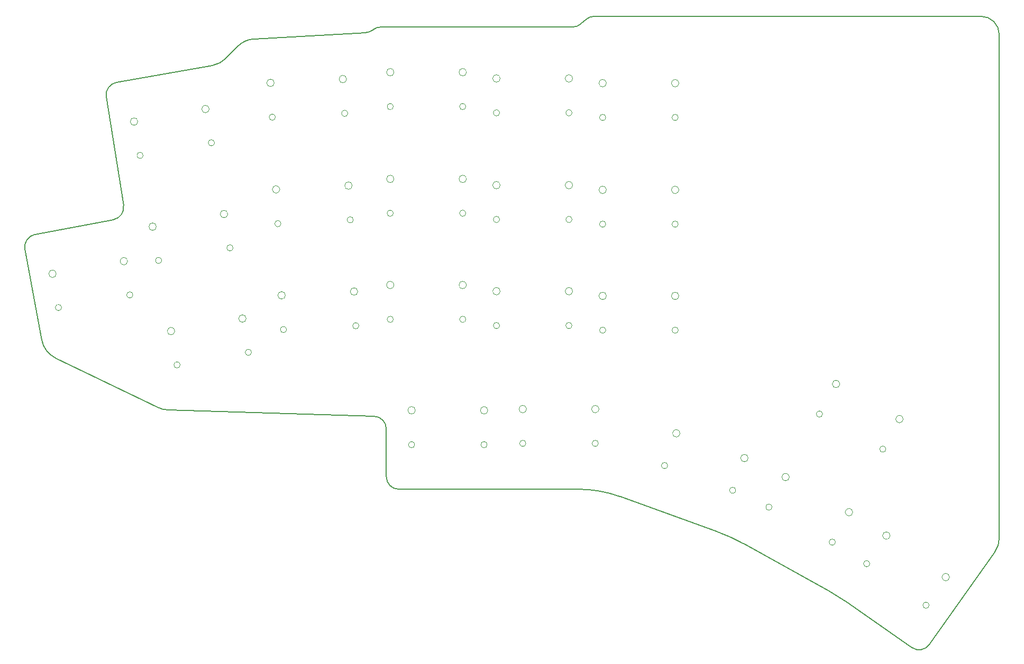
<source format=gbr>
%TF.GenerationSoftware,KiCad,Pcbnew,8.0.6*%
%TF.CreationDate,2024-11-17T18:27:12-05:00*%
%TF.ProjectId,ultra_lp_keeb,756c7472-615f-46c7-905f-6b6565622e6b,rev?*%
%TF.SameCoordinates,Original*%
%TF.FileFunction,Profile,NP*%
%FSLAX46Y46*%
G04 Gerber Fmt 4.6, Leading zero omitted, Abs format (unit mm)*
G04 Created by KiCad (PCBNEW 8.0.6) date 2024-11-17 18:27:12*
%MOMM*%
%LPD*%
G01*
G04 APERTURE LIST*
%TA.AperFunction,Profile*%
%ADD10C,0.200000*%
%TD*%
%TA.AperFunction,Profile*%
%ADD11C,0.100000*%
%TD*%
G04 APERTURE END LIST*
D10*
X198211338Y-149310638D02*
X208998450Y-156823920D01*
X101039239Y-60480933D02*
G75*
G02*
X103675942Y-59279008I2864861J-2791667D01*
G01*
X67020389Y-92933037D02*
X69702163Y-107523299D01*
X80029800Y-68520386D02*
X82788470Y-85951132D01*
X222981676Y-139205693D02*
G75*
G02*
X222248532Y-141512964I-3999976J893D01*
G01*
X89901131Y-118735233D02*
G75*
G02*
X88280772Y-118337148I123169J3998133D01*
G01*
X122744429Y-57788483D02*
G75*
G02*
X123977732Y-57362819I1233471J-1574317D01*
G01*
X182031807Y-140174956D02*
X195591980Y-147679626D01*
X122685777Y-57834436D02*
G75*
G02*
X121566379Y-58256844I-1233477J1574336D01*
G01*
X97032648Y-63515641D02*
X81656487Y-66238385D01*
X99200054Y-62368436D02*
G75*
G02*
X97032647Y-63515635I-2864854J2791536D01*
G01*
X122744429Y-57788483D02*
X122685777Y-57834436D01*
X126849501Y-131439519D02*
G75*
G02*
X124849982Y-129441771I399J1999919D01*
G01*
X222981676Y-139205693D02*
X222981489Y-58614286D01*
X155491493Y-131439519D02*
G75*
G02*
X162299012Y-132633729I7J-19999981D01*
G01*
X89901131Y-118735233D02*
X122902841Y-119751958D01*
X124841252Y-121748758D02*
X124849916Y-129441771D01*
X154685338Y-57360144D02*
X123977732Y-57362820D01*
X82788470Y-85951132D02*
G75*
G02*
X81184761Y-88228925I-1975370J-312668D01*
G01*
X101039239Y-60480933D02*
X99200054Y-62368436D01*
X68615733Y-90606327D02*
X81184761Y-88228926D01*
X67020389Y-92933037D02*
G75*
G02*
X68615742Y-90606376I1967011J361537D01*
G01*
X195591980Y-147679626D02*
G75*
G02*
X198211336Y-149310641I-14526680J-26248174D01*
G01*
X222248543Y-141512972D02*
X211774955Y-156336845D01*
X177776999Y-138236616D02*
G75*
G02*
X182031806Y-140174957I-10271899J-28186584D01*
G01*
X211774955Y-156336845D02*
G75*
G02*
X208998414Y-156823972I-1633455J1153945D01*
G01*
X156082748Y-56790795D02*
G75*
G02*
X154685338Y-57360120I-1397648J1430895D01*
G01*
X121566379Y-58256844D02*
X103675940Y-59278966D01*
X162299012Y-132633730D02*
X177776999Y-138236616D01*
X126849501Y-131439519D02*
X155491493Y-131439519D01*
X219999342Y-55631411D02*
X158136517Y-55648686D01*
X156082748Y-56790795D02*
X156809364Y-56158895D01*
X88280774Y-118337143D02*
X71892727Y-110400203D01*
X156809364Y-56158895D02*
G75*
G02*
X158136517Y-55648686I1327736J-1472505D01*
G01*
X122902841Y-119751958D02*
G75*
G02*
X124841288Y-121748758I-61541J-1999042D01*
G01*
X71892727Y-110400203D02*
G75*
G02*
X69702175Y-107523297I1743673J3600103D01*
G01*
X219999342Y-55631411D02*
G75*
G02*
X222981489Y-58614286I-42J-2982189D01*
G01*
X80029800Y-68520386D02*
G75*
G02*
X81656488Y-66238390I1975410J312636D01*
G01*
D11*
%TO.C,CPG1316*%
X186598841Y-134307792D02*
G75*
G02*
X185598839Y-134307792I-500001J0D01*
G01*
X185598839Y-134307792D02*
G75*
G02*
X186598841Y-134307792I500001J0D01*
G01*
X189363764Y-129494507D02*
G75*
G02*
X188163762Y-129494507I-600001J0D01*
G01*
X188163762Y-129494507D02*
G75*
G02*
X189363764Y-129494507I600001J0D01*
G01*
X196742895Y-139928706D02*
G75*
G02*
X195742899Y-139928706I-499998J0D01*
G01*
X195742899Y-139928706D02*
G75*
G02*
X196742895Y-139928706I499998J0D01*
G01*
X199510881Y-135121176D02*
G75*
G02*
X198310883Y-135121176I-599999J0D01*
G01*
X198310883Y-135121176D02*
G75*
G02*
X199510881Y-135121176I599999J0D01*
G01*
X85073466Y-72516567D02*
G75*
G02*
X83873464Y-72516567I-600001J0D01*
G01*
X83873464Y-72516567D02*
G75*
G02*
X85073466Y-72516567I600001J0D01*
G01*
X85931528Y-77934281D02*
G75*
G02*
X84931530Y-77934281I-499999J0D01*
G01*
X84931530Y-77934281D02*
G75*
G02*
X85931528Y-77934281I499999J0D01*
G01*
X96500234Y-70503521D02*
G75*
G02*
X95300232Y-70503521I-600001J0D01*
G01*
X95300232Y-70503521D02*
G75*
G02*
X96500234Y-70503521I600001J0D01*
G01*
X97352299Y-75918690D02*
G75*
G02*
X96352299Y-75918690I-500000J0D01*
G01*
X96352299Y-75918690D02*
G75*
G02*
X97352299Y-75918690I500000J0D01*
G01*
X160083072Y-66358865D02*
G75*
G02*
X158883072Y-66358865I-600000J0D01*
G01*
X158883072Y-66358865D02*
G75*
G02*
X160083072Y-66358865I600000J0D01*
G01*
X159985805Y-71860639D02*
G75*
G02*
X158985805Y-71860639I-500000J0D01*
G01*
X158985805Y-71860639D02*
G75*
G02*
X159985805Y-71860639I500000J0D01*
G01*
X171583072Y-71858865D02*
G75*
G02*
X170583072Y-71858865I-500000J0D01*
G01*
X170583072Y-71858865D02*
G75*
G02*
X171583072Y-71858865I500000J0D01*
G01*
X171685805Y-66360639D02*
G75*
G02*
X170485805Y-66360639I-600000J0D01*
G01*
X170485805Y-66360639D02*
G75*
G02*
X171685805Y-66360639I600000J0D01*
G01*
X107805759Y-83388091D02*
G75*
G02*
X106605759Y-83388091I-600000J0D01*
G01*
X106605759Y-83388091D02*
G75*
G02*
X107805759Y-83388091I600000J0D01*
G01*
X107996428Y-88882182D02*
G75*
G02*
X106996430Y-88882182I-499999J0D01*
G01*
X106996430Y-88882182D02*
G75*
G02*
X107996428Y-88882182I499999J0D01*
G01*
X119392683Y-82782622D02*
G75*
G02*
X118192683Y-82782622I-600000J0D01*
G01*
X118192683Y-82782622D02*
G75*
G02*
X119392683Y-82782622I600000J0D01*
G01*
X119577709Y-88273456D02*
G75*
G02*
X118577709Y-88273456I-500000J0D01*
G01*
X118577709Y-88273456D02*
G75*
G02*
X119577709Y-88273456I500000J0D01*
G01*
X106910814Y-66311526D02*
G75*
G02*
X105710814Y-66311526I-600000J0D01*
G01*
X105710814Y-66311526D02*
G75*
G02*
X106910814Y-66311526I600000J0D01*
G01*
X107101483Y-71805617D02*
G75*
G02*
X106101485Y-71805617I-499999J0D01*
G01*
X106101485Y-71805617D02*
G75*
G02*
X107101483Y-71805617I499999J0D01*
G01*
X118497738Y-65706057D02*
G75*
G02*
X117297738Y-65706057I-600000J0D01*
G01*
X117297738Y-65706057D02*
G75*
G02*
X118497738Y-65706057I600000J0D01*
G01*
X118682764Y-71196891D02*
G75*
G02*
X117682764Y-71196891I-500000J0D01*
G01*
X117682764Y-71196891D02*
G75*
G02*
X118682764Y-71196891I500000J0D01*
G01*
X143083072Y-82708865D02*
G75*
G02*
X141883072Y-82708865I-600000J0D01*
G01*
X141883072Y-82708865D02*
G75*
G02*
X143083072Y-82708865I600000J0D01*
G01*
X142985805Y-88210639D02*
G75*
G02*
X141985805Y-88210639I-500000J0D01*
G01*
X141985805Y-88210639D02*
G75*
G02*
X142985805Y-88210639I500000J0D01*
G01*
X154583072Y-88208865D02*
G75*
G02*
X153583072Y-88208865I-500000J0D01*
G01*
X153583072Y-88208865D02*
G75*
G02*
X154583072Y-88208865I500000J0D01*
G01*
X154685805Y-82710639D02*
G75*
G02*
X153485805Y-82710639I-600000J0D01*
G01*
X153485805Y-82710639D02*
G75*
G02*
X154685805Y-82710639I600000J0D01*
G01*
X90994868Y-106098511D02*
G75*
G02*
X89794866Y-106098511I-600001J0D01*
G01*
X89794866Y-106098511D02*
G75*
G02*
X90994868Y-106098511I600001J0D01*
G01*
X91852930Y-111516225D02*
G75*
G02*
X90852932Y-111516225I-499999J0D01*
G01*
X90852932Y-111516225D02*
G75*
G02*
X91852930Y-111516225I499999J0D01*
G01*
X102421636Y-104085465D02*
G75*
G02*
X101221634Y-104085465I-600001J0D01*
G01*
X101221634Y-104085465D02*
G75*
G02*
X102421636Y-104085465I600001J0D01*
G01*
X103273701Y-109500634D02*
G75*
G02*
X102273701Y-109500634I-500000J0D01*
G01*
X102273701Y-109500634D02*
G75*
G02*
X103273701Y-109500634I500000J0D01*
G01*
X88042850Y-89356779D02*
G75*
G02*
X86842848Y-89356779I-600001J0D01*
G01*
X86842848Y-89356779D02*
G75*
G02*
X88042850Y-89356779I600001J0D01*
G01*
X88900912Y-94774493D02*
G75*
G02*
X87900914Y-94774493I-499999J0D01*
G01*
X87900914Y-94774493D02*
G75*
G02*
X88900912Y-94774493I499999J0D01*
G01*
X99469618Y-87343733D02*
G75*
G02*
X98269616Y-87343733I-600001J0D01*
G01*
X98269616Y-87343733D02*
G75*
G02*
X99469618Y-87343733I600001J0D01*
G01*
X100321683Y-92758902D02*
G75*
G02*
X99321683Y-92758902I-500000J0D01*
G01*
X99321683Y-92758902D02*
G75*
G02*
X100321683Y-92758902I500000J0D01*
G01*
X126083072Y-81708865D02*
G75*
G02*
X124883072Y-81708865I-600000J0D01*
G01*
X124883072Y-81708865D02*
G75*
G02*
X126083072Y-81708865I600000J0D01*
G01*
X125985805Y-87210639D02*
G75*
G02*
X124985805Y-87210639I-500000J0D01*
G01*
X124985805Y-87210639D02*
G75*
G02*
X125985805Y-87210639I500000J0D01*
G01*
X137583072Y-87208865D02*
G75*
G02*
X136583072Y-87208865I-500000J0D01*
G01*
X136583072Y-87208865D02*
G75*
G02*
X137583072Y-87208865I500000J0D01*
G01*
X137685805Y-81710639D02*
G75*
G02*
X136485805Y-81710639I-600000J0D01*
G01*
X136485805Y-81710639D02*
G75*
G02*
X137685805Y-81710639I600000J0D01*
G01*
X160083072Y-83458865D02*
G75*
G02*
X158883072Y-83458865I-600000J0D01*
G01*
X158883072Y-83458865D02*
G75*
G02*
X160083072Y-83458865I600000J0D01*
G01*
X159985805Y-88960639D02*
G75*
G02*
X158985805Y-88960639I-500000J0D01*
G01*
X158985805Y-88960639D02*
G75*
G02*
X159985805Y-88960639I500000J0D01*
G01*
X171583072Y-88958865D02*
G75*
G02*
X170583072Y-88958865I-500000J0D01*
G01*
X170583072Y-88958865D02*
G75*
G02*
X171583072Y-88958865I500000J0D01*
G01*
X171685805Y-83460639D02*
G75*
G02*
X170485805Y-83460639I-600000J0D01*
G01*
X170485805Y-83460639D02*
G75*
G02*
X171685805Y-83460639I600000J0D01*
G01*
X147297269Y-118598227D02*
G75*
G02*
X146097267Y-118598227I-600001J0D01*
G01*
X146097267Y-118598227D02*
G75*
G02*
X147297269Y-118598227I600001J0D01*
G01*
X147200000Y-124100000D02*
G75*
G02*
X146200002Y-124100000I-499999J0D01*
G01*
X146200002Y-124100000D02*
G75*
G02*
X147200000Y-124100000I499999J0D01*
G01*
X158797267Y-124098227D02*
G75*
G02*
X157797267Y-124098227I-500000J0D01*
G01*
X157797267Y-124098227D02*
G75*
G02*
X158797267Y-124098227I500000J0D01*
G01*
X158900000Y-118600002D02*
G75*
G02*
X157699998Y-118600002I-600001J0D01*
G01*
X157699998Y-118600002D02*
G75*
G02*
X158900000Y-118600002I600001J0D01*
G01*
X160083072Y-100458865D02*
G75*
G02*
X158883072Y-100458865I-600000J0D01*
G01*
X158883072Y-100458865D02*
G75*
G02*
X160083072Y-100458865I600000J0D01*
G01*
X159985805Y-105960639D02*
G75*
G02*
X158985805Y-105960639I-500000J0D01*
G01*
X158985805Y-105960639D02*
G75*
G02*
X159985805Y-105960639I500000J0D01*
G01*
X171583072Y-105958865D02*
G75*
G02*
X170583072Y-105958865I-500000J0D01*
G01*
X170583072Y-105958865D02*
G75*
G02*
X171583072Y-105958865I500000J0D01*
G01*
X171685805Y-100460639D02*
G75*
G02*
X170485805Y-100460639I-600000J0D01*
G01*
X170485805Y-100460639D02*
G75*
G02*
X171685805Y-100460639I600000J0D01*
G01*
X108695470Y-100364793D02*
G75*
G02*
X107495470Y-100364793I-600000J0D01*
G01*
X107495470Y-100364793D02*
G75*
G02*
X108695470Y-100364793I600000J0D01*
G01*
X108886139Y-105858884D02*
G75*
G02*
X107886141Y-105858884I-499999J0D01*
G01*
X107886141Y-105858884D02*
G75*
G02*
X108886139Y-105858884I499999J0D01*
G01*
X120282394Y-99759324D02*
G75*
G02*
X119082394Y-99759324I-600000J0D01*
G01*
X119082394Y-99759324D02*
G75*
G02*
X120282394Y-99759324I600000J0D01*
G01*
X120467420Y-105250158D02*
G75*
G02*
X119467420Y-105250158I-500000J0D01*
G01*
X119467420Y-105250158D02*
G75*
G02*
X120467420Y-105250158I500000J0D01*
G01*
X72013101Y-96906791D02*
G75*
G02*
X70813099Y-96906791I-600001J0D01*
G01*
X70813099Y-96906791D02*
G75*
G02*
X72013101Y-96906791I600001J0D01*
G01*
X72871163Y-102324505D02*
G75*
G02*
X71871165Y-102324505I-499999J0D01*
G01*
X71871165Y-102324505D02*
G75*
G02*
X72871163Y-102324505I499999J0D01*
G01*
X83439869Y-94893745D02*
G75*
G02*
X82239867Y-94893745I-600001J0D01*
G01*
X82239867Y-94893745D02*
G75*
G02*
X83439869Y-94893745I600001J0D01*
G01*
X84291934Y-100308914D02*
G75*
G02*
X83291934Y-100308914I-500000J0D01*
G01*
X83291934Y-100308914D02*
G75*
G02*
X84291934Y-100308914I500000J0D01*
G01*
X126083072Y-64608865D02*
G75*
G02*
X124883072Y-64608865I-600000J0D01*
G01*
X124883072Y-64608865D02*
G75*
G02*
X126083072Y-64608865I600000J0D01*
G01*
X125985805Y-70110639D02*
G75*
G02*
X124985805Y-70110639I-500000J0D01*
G01*
X124985805Y-70110639D02*
G75*
G02*
X125985805Y-70110639I500000J0D01*
G01*
X137583072Y-70108865D02*
G75*
G02*
X136583072Y-70108865I-500000J0D01*
G01*
X136583072Y-70108865D02*
G75*
G02*
X137583072Y-70108865I500000J0D01*
G01*
X137685805Y-64610639D02*
G75*
G02*
X136485805Y-64610639I-600000J0D01*
G01*
X136485805Y-64610639D02*
G75*
G02*
X137685805Y-64610639I600000J0D01*
G01*
X143083072Y-99708865D02*
G75*
G02*
X141883072Y-99708865I-600000J0D01*
G01*
X141883072Y-99708865D02*
G75*
G02*
X143083072Y-99708865I600000J0D01*
G01*
X142985805Y-105210639D02*
G75*
G02*
X141985805Y-105210639I-500000J0D01*
G01*
X141985805Y-105210639D02*
G75*
G02*
X142985805Y-105210639I500000J0D01*
G01*
X154583072Y-105208865D02*
G75*
G02*
X153583072Y-105208865I-500000J0D01*
G01*
X153583072Y-105208865D02*
G75*
G02*
X154583072Y-105208865I500000J0D01*
G01*
X154685805Y-99710639D02*
G75*
G02*
X153485805Y-99710639I-600000J0D01*
G01*
X153485805Y-99710639D02*
G75*
G02*
X154685805Y-99710639I600000J0D01*
G01*
X129497269Y-118798226D02*
G75*
G02*
X128297267Y-118798226I-600001J0D01*
G01*
X128297267Y-118798226D02*
G75*
G02*
X129497269Y-118798226I600001J0D01*
G01*
X129400000Y-124299999D02*
G75*
G02*
X128400002Y-124299999I-499999J0D01*
G01*
X128400002Y-124299999D02*
G75*
G02*
X129400000Y-124299999I499999J0D01*
G01*
X140997267Y-124298226D02*
G75*
G02*
X139997267Y-124298226I-500000J0D01*
G01*
X139997267Y-124298226D02*
G75*
G02*
X140997267Y-124298226I500000J0D01*
G01*
X141100000Y-118800001D02*
G75*
G02*
X139899998Y-118800001I-600001J0D01*
G01*
X139899998Y-118800001D02*
G75*
G02*
X141100000Y-118800001I600001J0D01*
G01*
X202248404Y-143384053D02*
G75*
G02*
X201248402Y-143384053I-500001J0D01*
G01*
X201248402Y-143384053D02*
G75*
G02*
X202248404Y-143384053I500001J0D01*
G01*
X205501853Y-138875694D02*
G75*
G02*
X204301853Y-138875694I-600000J0D01*
G01*
X204301853Y-138875694D02*
G75*
G02*
X205501853Y-138875694I600000J0D01*
G01*
X211749344Y-150034519D02*
G75*
G02*
X210749346Y-150034519I-499999J0D01*
G01*
X210749346Y-150034519D02*
G75*
G02*
X211749344Y-150034519I499999J0D01*
G01*
X215005238Y-145532203D02*
G75*
G02*
X213805240Y-145532203I-599999J0D01*
G01*
X213805240Y-145532203D02*
G75*
G02*
X215005238Y-145532203I599999J0D01*
G01*
X126083072Y-98708865D02*
G75*
G02*
X124883072Y-98708865I-600000J0D01*
G01*
X124883072Y-98708865D02*
G75*
G02*
X126083072Y-98708865I600000J0D01*
G01*
X125985805Y-104210639D02*
G75*
G02*
X124985805Y-104210639I-500000J0D01*
G01*
X124985805Y-104210639D02*
G75*
G02*
X125985805Y-104210639I500000J0D01*
G01*
X137583072Y-104208865D02*
G75*
G02*
X136583072Y-104208865I-500000J0D01*
G01*
X136583072Y-104208865D02*
G75*
G02*
X137583072Y-104208865I500000J0D01*
G01*
X137685805Y-98710639D02*
G75*
G02*
X136485805Y-98710639I-600000J0D01*
G01*
X136485805Y-98710639D02*
G75*
G02*
X137685805Y-98710639I600000J0D01*
G01*
X169891074Y-127656759D02*
G75*
G02*
X168891070Y-127656759I-500002J0D01*
G01*
X168891070Y-127656759D02*
G75*
G02*
X169891074Y-127656759I500002J0D01*
G01*
X171870223Y-122485848D02*
G75*
G02*
X170670221Y-122485848I-600001J0D01*
G01*
X170670221Y-122485848D02*
G75*
G02*
X171870223Y-122485848I600001J0D01*
G01*
X180789540Y-131621591D02*
G75*
G02*
X179789546Y-131621591I-499997J0D01*
G01*
X179789546Y-131621591D02*
G75*
G02*
X180789540Y-131621591I499997J0D01*
G01*
X182772617Y-126455885D02*
G75*
G02*
X181572619Y-126455885I-599999J0D01*
G01*
X181572619Y-126455885D02*
G75*
G02*
X182772617Y-126455885I599999J0D01*
G01*
X143083072Y-65608865D02*
G75*
G02*
X141883072Y-65608865I-600000J0D01*
G01*
X141883072Y-65608865D02*
G75*
G02*
X143083072Y-65608865I600000J0D01*
G01*
X142985805Y-71110639D02*
G75*
G02*
X141985805Y-71110639I-500000J0D01*
G01*
X141985805Y-71110639D02*
G75*
G02*
X142985805Y-71110639I500000J0D01*
G01*
X154583072Y-71108865D02*
G75*
G02*
X153583072Y-71108865I-500000J0D01*
G01*
X153583072Y-71108865D02*
G75*
G02*
X154583072Y-71108865I500000J0D01*
G01*
X154685805Y-65610639D02*
G75*
G02*
X153485805Y-65610639I-600000J0D01*
G01*
X153485805Y-65610639D02*
G75*
G02*
X154685805Y-65610639I600000J0D01*
G01*
X194682899Y-119389089D02*
G75*
G02*
X193682897Y-119389089I-500001J0D01*
G01*
X193682897Y-119389089D02*
G75*
G02*
X194682899Y-119389089I500001J0D01*
G01*
X197447822Y-114575804D02*
G75*
G02*
X196247820Y-114575804I-600001J0D01*
G01*
X196247820Y-114575804D02*
G75*
G02*
X197447822Y-114575804I600001J0D01*
G01*
X204826953Y-125010003D02*
G75*
G02*
X203826957Y-125010003I-499998J0D01*
G01*
X203826957Y-125010003D02*
G75*
G02*
X204826953Y-125010003I499998J0D01*
G01*
X207594939Y-120202473D02*
G75*
G02*
X206394941Y-120202473I-599999J0D01*
G01*
X206394941Y-120202473D02*
G75*
G02*
X207594939Y-120202473I599999J0D01*
G01*
%TD*%
M02*

</source>
